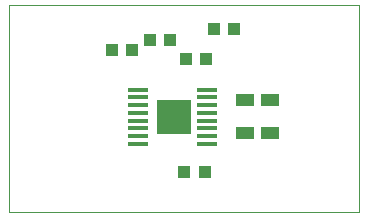
<source format=gbp>
G75*
%MOIN*%
%OFA0B0*%
%FSLAX25Y25*%
%IPPOS*%
%LPD*%
%AMOC8*
5,1,8,0,0,1.08239X$1,22.5*
%
%ADD10C,0.00000*%
%ADD11R,0.07087X0.01772*%
%ADD12R,0.11811X0.11811*%
%ADD13R,0.04331X0.03937*%
%ADD14R,0.05906X0.03937*%
%ADD15R,0.03937X0.04331*%
D10*
X0002167Y0003000D02*
X0002167Y0071898D01*
X0118777Y0071898D01*
X0118777Y0003000D01*
X0002167Y0003000D01*
D11*
X0045119Y0025756D03*
X0045119Y0028315D03*
X0045119Y0030874D03*
X0045119Y0033433D03*
X0045119Y0035992D03*
X0045119Y0038551D03*
X0045119Y0041110D03*
X0045119Y0043669D03*
X0068151Y0043669D03*
X0068151Y0041110D03*
X0068151Y0038551D03*
X0068151Y0035992D03*
X0068151Y0033433D03*
X0068151Y0030874D03*
X0068151Y0028315D03*
X0068151Y0025756D03*
D12*
X0057127Y0034614D03*
D13*
X0060730Y0016220D03*
X0067423Y0016220D03*
X0068013Y0054000D03*
X0061320Y0054000D03*
X0070580Y0063937D03*
X0077273Y0063937D03*
D14*
X0081062Y0040433D03*
X0089350Y0040433D03*
X0089255Y0029299D03*
X0080968Y0029299D03*
D15*
X0043308Y0056937D03*
X0049289Y0060437D03*
X0055982Y0060437D03*
X0036615Y0056937D03*
M02*

</source>
